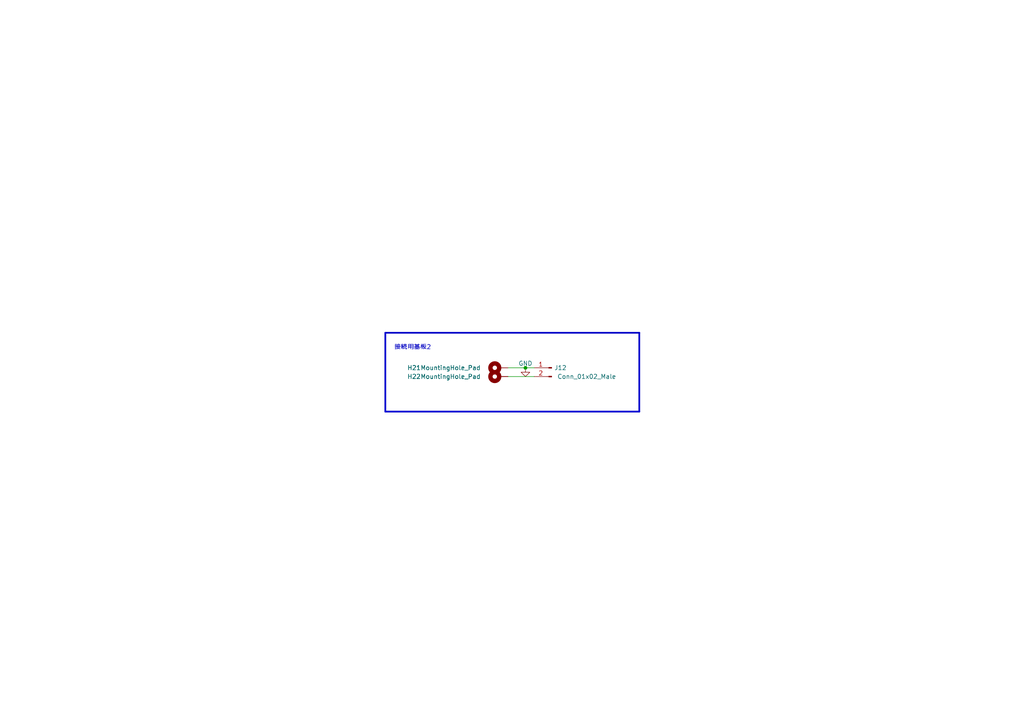
<source format=kicad_sch>
(kicad_sch (version 20230121) (generator eeschema)
  (paper "A4")
  (lib_symbols
    (symbol "Connector:Conn_01x02_Male" (pin_names (offset 1.016) hide)
      (property "Reference" "J" (at 0 2.54 0))
      (property "Value" "Conn_01x02_Male" (at 0 -5.08 0))
      (symbol "Conn_01x02_Male_1_1"
        (polyline (pts (xy 1.27 -2.54) (xy 0.8636 -2.54)) (stroke (width 0.1524)))
        (polyline (pts (xy 1.27 0) (xy 0.8636 0)) (stroke (width 0.1524)))
        (rectangle (start 0.8636 -2.413) (end 0 -2.667) (stroke (width 0.1524)) (fill (type outline)))
        (rectangle (start 0.8636 0.127) (end 0 -0.127) (stroke (width 0.1524)) (fill (type outline)))
        (pin passive line (at 5.08 0 180) (length 3.81) (name "Pin_1") (number "1"))
        (pin passive line (at 5.08 -2.54 180) (length 3.81) (name "Pin_2") (number "2"))
      )
    )
    (symbol "Mechanical:MountingHole_Pad" (pin_numbers hide) (pin_names (offset 1.016) hide)
      (property "Reference" "H" (at 0 6.35 0))
      (property "Value" "MountingHole_Pad" (at 0 4.445 0))
      (symbol "MountingHole_Pad_0_1"
        (circle (center 0 1.27) (radius 1.27) (stroke (width 1.27)))
      )
      (symbol "MountingHole_Pad_1_1"
        (pin input line (at 0 -2.54 90) (length 2.54) (name "1") (number "1"))
      )
    )
    (symbol "power:GND" (power) (pin_names (offset 0))
      (property "Value" "GND" (at 0 -3.81 0))
      (symbol "GND_0_1"
        (polyline (pts (xy 0 0) (xy 0 -1.27) (xy 1.27 -1.27) (xy 0 -2.54) (xy -1.27 -1.27) (xy 0 -1.27)))
      )
      (symbol "GND_1_1"
        (pin power_in line (at 0 0 270) (length 0) hide (name "GND") (number "1"))
      )
    )
  )
  (junction (at 152.4 106.68))
  (wire (pts (xy 154.94 109.22) (xy 147.32 109.22)))
  (polyline (pts (xy 111.76 96.52) (xy 111.76 119.38)) (stroke (width 0.5) (type solid)))
  (polyline (pts (xy 111.76 96.52) (xy 185.42 96.52)) (stroke (width 0.5) (type solid)))
  (polyline (pts (xy 111.76 119.38) (xy 185.42 119.38)) (stroke (width 0.5) (type solid)))
  (wire (pts (xy 147.32 106.68) (xy 152.4 106.68)))
  (polyline (pts (xy 185.42 96.52) (xy 185.42 119.38)) (stroke (width 0.5) (type solid)))
  (wire (pts (xy 154.94 106.68) (xy 152.4 106.68)))
  (text "接続用基板2" (at 114.3 101.6 0) (effects (font (size 1.27 1.27)) (justify left bottom)))
  (symbol (lib_id "power:GND") (at 152.4 106.68 0) (mirror y) (unit 1)
    (property "Reference" "#PWR031" (effects hide))
    (property "Value" "GND" (at 152.4 105.41 0))
  )
  (symbol (lib_id "Connector:Conn_01x02_Male") (at 160.02 106.68 0) (mirror y) (unit 1)
    (property "Reference" "J12" (at 162.56 106.68 0))
    (property "Value" "Conn_01x02_Male" (at 170.18 109.22 0))
    (property "Footprint" "Connector_Molex:Molex_SPOX_5267-02A_1x02_P2.50mm_Vertical" (effects hide))
  )
  (symbol (lib_id "Mechanical:MountingHole_Pad") (at 144.78 109.22 90) (unit 1)
    (property "Reference" "H22" (at 118.11 109.22 90) (effects (justify right)))
    (property "Value" "MountingHole_Pad" (at 121.92 109.22 90) (effects (justify right)))
    (property "Footprint" "TomoshibiLibrary:Pad_THTPad_D1.0mm_Drill0.65mm" (effects hide))
  )
  (symbol (lib_id "Mechanical:MountingHole_Pad") (at 144.78 106.68 90) (unit 1)
    (property "Reference" "H21" (at 118.11 106.68 90) (effects (justify right)))
    (property "Value" "MountingHole_Pad" (at 121.92 106.68 90) (effects (justify right)))
    (property "Footprint" "TomoshibiLibrary:Pad_THTPad_1.0x1.0mm_Drill0.65mm" (effects hide))
  )
)
</source>
